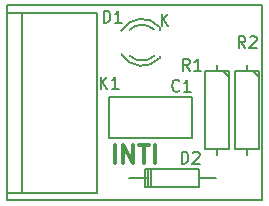
<source format=gbr>
G04 #@! TF.FileFunction,Legend,Top*
%FSLAX46Y46*%
G04 Gerber Fmt 4.6, Leading zero omitted, Abs format (unit mm)*
G04 Created by KiCad (PCBNEW (2015-09-12 BZR 6188)-product) date lun 16 nov 2015 17:49:57 ART*
%MOMM*%
G01*
G04 APERTURE LIST*
%ADD10C,0.100000*%
%ADD11C,0.150000*%
%ADD12C,0.300000*%
G04 APERTURE END LIST*
D10*
D11*
X146050000Y-104140000D02*
X124460000Y-104140000D01*
X146050000Y-87630000D02*
X146050000Y-104140000D01*
X124460000Y-87630000D02*
X146050000Y-87630000D01*
D12*
X133540714Y-101008571D02*
X133540714Y-99508571D01*
X134255000Y-101008571D02*
X134255000Y-99508571D01*
X135112143Y-101008571D01*
X135112143Y-99508571D01*
X135612143Y-99508571D02*
X136469286Y-99508571D01*
X136040715Y-101008571D02*
X136040715Y-99508571D01*
X136969286Y-101008571D02*
X136969286Y-99508571D01*
D11*
X124460000Y-104140000D02*
X124460000Y-87630000D01*
X140065000Y-98905000D02*
X133065000Y-98905000D01*
X133065000Y-98905000D02*
X133065000Y-95405000D01*
X133065000Y-95405000D02*
X140065000Y-95405000D01*
X140065000Y-95405000D02*
X140065000Y-98905000D01*
X137359000Y-89491000D02*
X137359000Y-89691000D01*
X137359000Y-92085000D02*
X137359000Y-91905000D01*
X134131256Y-91774643D02*
G75*
G03X137359000Y-92091000I1727744J1003643D01*
G01*
X134806994Y-91904068D02*
G75*
G03X136910000Y-91905000I1052006J1133068D01*
G01*
X137346220Y-89464274D02*
G75*
G03X134109000Y-89811000I-1497220J-1306726D01*
G01*
X136872889Y-89691747D02*
G75*
G03X134825000Y-89711000I-1013889J-1079253D01*
G01*
X140716520Y-102232460D02*
X142113520Y-102232460D01*
X136271520Y-102232460D02*
X134747520Y-102232460D01*
X136652520Y-101470460D02*
X136652520Y-102994460D01*
X136398520Y-101470460D02*
X136398520Y-102994460D01*
X136144520Y-102232460D02*
X136144520Y-102994460D01*
X136144520Y-102994460D02*
X140716520Y-102994460D01*
X140716520Y-102994460D02*
X140716520Y-101470460D01*
X140716520Y-101470460D02*
X136144520Y-101470460D01*
X136144520Y-101470460D02*
X136144520Y-102232460D01*
X124460000Y-88265000D02*
X132080000Y-88265000D01*
X124460000Y-103505000D02*
X132080000Y-103505000D01*
X125730000Y-88265000D02*
X125730000Y-103505000D01*
X132080000Y-88265000D02*
X132080000Y-103505000D01*
X124460000Y-88265000D02*
X124460000Y-103505000D01*
X142240000Y-92710000D02*
X142240000Y-93218000D01*
X142240000Y-100330000D02*
X142240000Y-99822000D01*
X142240000Y-99822000D02*
X143256000Y-99822000D01*
X143256000Y-99822000D02*
X143256000Y-93218000D01*
X143256000Y-93218000D02*
X141224000Y-93218000D01*
X141224000Y-93218000D02*
X141224000Y-99822000D01*
X141224000Y-99822000D02*
X142240000Y-99822000D01*
X142748000Y-93218000D02*
X143256000Y-93726000D01*
X144780000Y-92710000D02*
X144780000Y-93218000D01*
X144780000Y-100330000D02*
X144780000Y-99822000D01*
X144780000Y-99822000D02*
X145796000Y-99822000D01*
X145796000Y-99822000D02*
X145796000Y-93218000D01*
X145796000Y-93218000D02*
X143764000Y-93218000D01*
X143764000Y-93218000D02*
X143764000Y-99822000D01*
X143764000Y-99822000D02*
X144780000Y-99822000D01*
X145288000Y-93218000D02*
X145796000Y-93726000D01*
X139025334Y-94845143D02*
X138977715Y-94892762D01*
X138834858Y-94940381D01*
X138739620Y-94940381D01*
X138596762Y-94892762D01*
X138501524Y-94797524D01*
X138453905Y-94702286D01*
X138406286Y-94511810D01*
X138406286Y-94368952D01*
X138453905Y-94178476D01*
X138501524Y-94083238D01*
X138596762Y-93988000D01*
X138739620Y-93940381D01*
X138834858Y-93940381D01*
X138977715Y-93988000D01*
X139025334Y-94035619D01*
X139977715Y-94940381D02*
X139406286Y-94940381D01*
X139692000Y-94940381D02*
X139692000Y-93940381D01*
X139596762Y-94083238D01*
X139501524Y-94178476D01*
X139406286Y-94226095D01*
X132611905Y-89098381D02*
X132611905Y-88098381D01*
X132850000Y-88098381D01*
X132992858Y-88146000D01*
X133088096Y-88241238D01*
X133135715Y-88336476D01*
X133183334Y-88526952D01*
X133183334Y-88669810D01*
X133135715Y-88860286D01*
X133088096Y-88955524D01*
X132992858Y-89050762D01*
X132850000Y-89098381D01*
X132611905Y-89098381D01*
X134135715Y-89098381D02*
X133564286Y-89098381D01*
X133850000Y-89098381D02*
X133850000Y-88098381D01*
X133754762Y-88241238D01*
X133659524Y-88336476D01*
X133564286Y-88384095D01*
X137533095Y-89352381D02*
X137533095Y-88352381D01*
X138104524Y-89352381D02*
X137675952Y-88780952D01*
X138104524Y-88352381D02*
X137533095Y-88923810D01*
X139215905Y-101036381D02*
X139215905Y-100036381D01*
X139454000Y-100036381D01*
X139596858Y-100084000D01*
X139692096Y-100179238D01*
X139739715Y-100274476D01*
X139787334Y-100464952D01*
X139787334Y-100607810D01*
X139739715Y-100798286D01*
X139692096Y-100893524D01*
X139596858Y-100988762D01*
X139454000Y-101036381D01*
X139215905Y-101036381D01*
X140168286Y-100131619D02*
X140215905Y-100084000D01*
X140311143Y-100036381D01*
X140549239Y-100036381D01*
X140644477Y-100084000D01*
X140692096Y-100131619D01*
X140739715Y-100226857D01*
X140739715Y-100322095D01*
X140692096Y-100464952D01*
X140120667Y-101036381D01*
X140739715Y-101036381D01*
X132357905Y-94686381D02*
X132357905Y-93686381D01*
X132929334Y-94686381D02*
X132500762Y-94114952D01*
X132929334Y-93686381D02*
X132357905Y-94257810D01*
X133881715Y-94686381D02*
X133310286Y-94686381D01*
X133596000Y-94686381D02*
X133596000Y-93686381D01*
X133500762Y-93829238D01*
X133405524Y-93924476D01*
X133310286Y-93972095D01*
X139914334Y-93162381D02*
X139581000Y-92686190D01*
X139342905Y-93162381D02*
X139342905Y-92162381D01*
X139723858Y-92162381D01*
X139819096Y-92210000D01*
X139866715Y-92257619D01*
X139914334Y-92352857D01*
X139914334Y-92495714D01*
X139866715Y-92590952D01*
X139819096Y-92638571D01*
X139723858Y-92686190D01*
X139342905Y-92686190D01*
X140866715Y-93162381D02*
X140295286Y-93162381D01*
X140581000Y-93162381D02*
X140581000Y-92162381D01*
X140485762Y-92305238D01*
X140390524Y-92400476D01*
X140295286Y-92448095D01*
X144613334Y-91257381D02*
X144280000Y-90781190D01*
X144041905Y-91257381D02*
X144041905Y-90257381D01*
X144422858Y-90257381D01*
X144518096Y-90305000D01*
X144565715Y-90352619D01*
X144613334Y-90447857D01*
X144613334Y-90590714D01*
X144565715Y-90685952D01*
X144518096Y-90733571D01*
X144422858Y-90781190D01*
X144041905Y-90781190D01*
X144994286Y-90352619D02*
X145041905Y-90305000D01*
X145137143Y-90257381D01*
X145375239Y-90257381D01*
X145470477Y-90305000D01*
X145518096Y-90352619D01*
X145565715Y-90447857D01*
X145565715Y-90543095D01*
X145518096Y-90685952D01*
X144946667Y-91257381D01*
X145565715Y-91257381D01*
M02*

</source>
